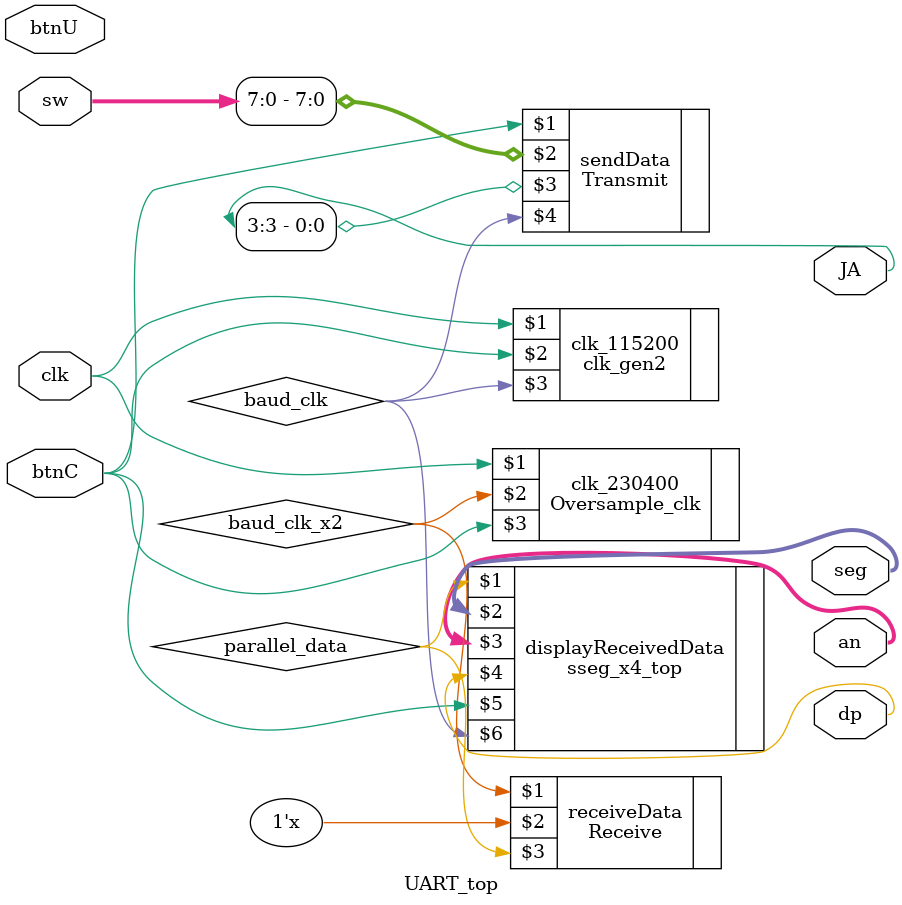
<source format=v>
`timescale 1ns / 1ps


module UART_top(
    input clk,
    input btnC,
    input btnU,
    output [6:0] seg,
    output dp,
    output [3:0] an,
    input [15:0] sw,
    output [6:3] JA //JA[5]: 3.3V, JA[4]: Ground, JA[3]:Send, JA[2]:Recieve
    );
    wire baud_clk,
         baud_clk_x2,
         parallel_data;
    
   // assign JA[6] = 1'b1;
   // assign JA[5] = 1'b0;
    clk_gen2 clk_115200(clk, btnC, baud_clk);
    Oversample_clk clk_230400(clk, baud_clk_x2, btnC);
    Transmit sendData(btnC, sw[7:0], JA[3], baud_clk);
    Receive receiveData(baud_clk_x2, JA[2], parallel_data);
//    parallel_data = {8'b00000000, parallel_data};
    sseg_x4_top displayReceivedData(parallel_data, seg, an, dp, btnC, baud_clk);
    
endmodule

</source>
